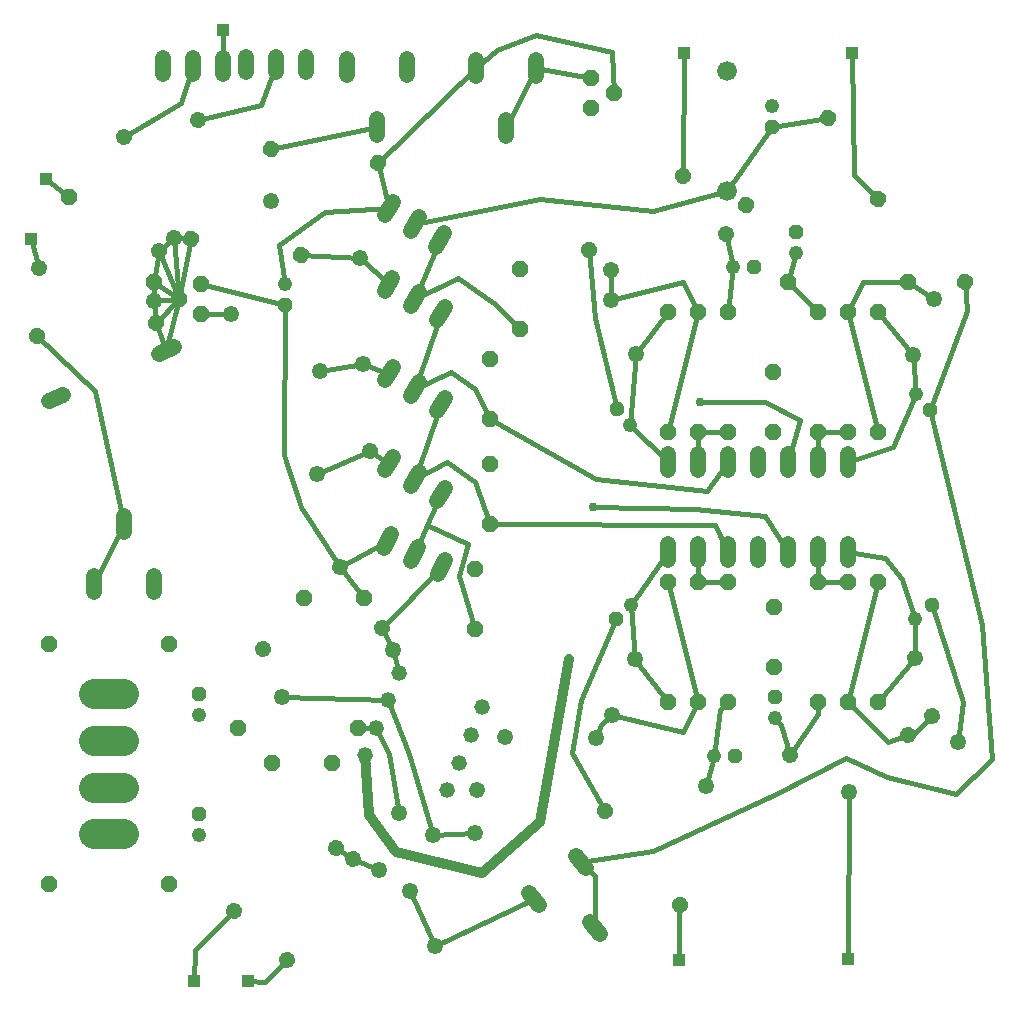
<source format=gbr>
G04 EAGLE Gerber RS-274X export*
G75*
%MOMM*%
%FSLAX34Y34*%
%LPD*%
%INBottom Copper*%
%IPPOS*%
%AMOC8*
5,1,8,0,0,1.08239X$1,22.5*%
G01*
%ADD10P,1.319650X8X334.200000*%
%ADD11C,1.219200*%
%ADD12P,1.319650X8X151.200000*%
%ADD13P,1.319650X8X292.500000*%
%ADD14P,1.319650X8X61.200000*%
%ADD15P,1.319650X8X112.500000*%
%ADD16P,1.319650X8X247.500000*%
%ADD17C,1.676400*%
%ADD18C,1.320800*%
%ADD19C,1.320800*%
%ADD20C,2.514600*%
%ADD21P,1.429621X8X22.500000*%
%ADD22P,1.429621X8X292.500000*%
%ADD23P,1.429621X8X281.200000*%
%ADD24P,1.429621X8X89.900000*%
%ADD25P,1.429621X8X92.900000*%
%ADD26P,1.429621X8X72.700000*%
%ADD27P,1.429621X8X259.300000*%
%ADD28P,1.429621X8X234.400000*%
%ADD29P,1.429621X8X32.300000*%
%ADD30P,1.429621X8X225.700000*%
%ADD31P,1.429621X8X272.600000*%
%ADD32P,1.429621X8X69.100000*%
%ADD33P,1.429621X8X159.100000*%
%ADD34P,1.429621X8X112.500000*%
%ADD35P,1.429621X8X60.600000*%
%ADD36P,1.429621X8X309.600000*%
%ADD37P,1.429621X8X219.500000*%
%ADD38P,1.429621X8X331.300000*%
%ADD39P,1.429621X8X178.800000*%
%ADD40P,1.429621X8X226.700000*%
%ADD41P,1.429621X8X337.500000*%
%ADD42P,1.429621X8X32.200000*%
%ADD43P,1.429621X8X250.700000*%
%ADD44P,1.429621X8X366.600000*%
%ADD45P,1.429621X8X28.800000*%
%ADD46P,1.429621X8X272.900000*%
%ADD47P,1.429621X8X98.200000*%
%ADD48P,1.429621X8X316.600000*%
%ADD49P,1.429621X8X129.400000*%
%ADD50P,1.319650X8X22.500000*%
%ADD51P,1.429621X8X270.300000*%
%ADD52P,1.429621X8X272.500000*%
%ADD53P,1.429621X8X85.400000*%
%ADD54P,1.429621X8X271.600000*%
%ADD55R,1.108000X1.108000*%
%ADD56C,0.406400*%
%ADD57C,0.756400*%
%ADD58C,0.812800*%


D10*
X784164Y648204D03*
D11*
X772337Y661479D03*
D12*
X518692Y649080D03*
D11*
X529809Y635204D03*
D13*
X650051Y887735D03*
D11*
X650051Y905515D03*
D14*
X785188Y482600D03*
D11*
X771312Y471483D03*
D13*
X237651Y737013D03*
D11*
X237651Y754793D03*
D15*
X164802Y407817D03*
D11*
X164802Y390037D03*
D15*
X164802Y306217D03*
D11*
X164802Y288437D03*
D16*
X517964Y470756D03*
D11*
X530537Y483328D03*
D17*
X611951Y934725D03*
X611951Y833125D03*
D18*
X143461Y701033D02*
X131321Y695830D01*
X50077Y661009D02*
X37937Y655806D01*
X714750Y610646D02*
X714750Y597438D01*
X689350Y597438D02*
X689350Y610646D01*
X562350Y610646D02*
X562350Y597438D01*
X562350Y534446D02*
X562350Y521238D01*
X663950Y597438D02*
X663950Y610646D01*
X638550Y610646D02*
X638550Y597438D01*
X587750Y597438D02*
X587750Y610646D01*
X613150Y610646D02*
X613150Y597438D01*
X587750Y534446D02*
X587750Y521238D01*
X613150Y521238D02*
X613150Y534446D01*
X638550Y534446D02*
X638550Y521238D01*
X663950Y521238D02*
X663950Y534446D01*
X689350Y534446D02*
X689350Y521238D01*
X714750Y521238D02*
X714750Y534446D01*
D19*
X334654Y425777D03*
X324811Y402362D03*
X395057Y372833D03*
X404900Y396248D03*
X314968Y378946D03*
X305125Y355531D03*
X385214Y349418D03*
X375371Y326002D03*
D20*
X101175Y328315D02*
X76029Y328315D01*
X76029Y367939D02*
X101175Y367939D01*
X101175Y407563D02*
X76029Y407563D01*
X76029Y288691D02*
X101175Y288691D01*
D21*
X37802Y246527D03*
X139402Y246527D03*
X37802Y449727D03*
X139402Y449727D03*
D22*
X497088Y904013D03*
X516138Y916713D03*
X497088Y929413D03*
D23*
X164153Y893335D03*
X144245Y793704D03*
D24*
X264678Y593501D03*
X303722Y687299D03*
D25*
X267159Y681443D03*
X301241Y777157D03*
D26*
X251682Y779171D03*
X316718Y857229D03*
D27*
X295245Y267723D03*
X239612Y182708D03*
D28*
X280939Y277270D03*
X194684Y223581D03*
D21*
X197773Y379103D03*
X299373Y379103D03*
D29*
X219551Y445823D03*
X319669Y463117D03*
D30*
X329060Y444807D03*
X235676Y404782D03*
D31*
X399082Y289500D03*
X364499Y193966D03*
D32*
X627847Y821615D03*
X697655Y895435D03*
D33*
X813847Y756496D03*
X740027Y826304D03*
D22*
X689350Y731042D03*
X689350Y629442D03*
D34*
X714750Y629442D03*
X714750Y731042D03*
X740150Y629442D03*
X740150Y731042D03*
D21*
X663950Y756442D03*
X765550Y756442D03*
D35*
X495085Y783356D03*
X575038Y846047D03*
D22*
X613150Y731042D03*
X613150Y629442D03*
D34*
X587750Y629442D03*
X587750Y731042D03*
X562350Y629442D03*
X562350Y731042D03*
D36*
X101162Y879374D03*
X131036Y782265D03*
D37*
X610931Y796694D03*
X513770Y766989D03*
D38*
X508807Y308319D03*
X572470Y229138D03*
D34*
X613150Y400842D03*
X613150Y502442D03*
D22*
X587750Y502442D03*
X587750Y400842D03*
X562350Y502442D03*
X562350Y400842D03*
D39*
X594293Y329844D03*
X501262Y370682D03*
D40*
X807978Y366635D03*
X715306Y324987D03*
D34*
X689350Y400842D03*
X689350Y502442D03*
D22*
X714750Y502442D03*
X714750Y400842D03*
X740150Y502442D03*
X740150Y400842D03*
D41*
X54778Y828641D03*
X126620Y756798D03*
D42*
X664951Y355693D03*
X765098Y372811D03*
D18*
X134101Y932620D02*
X134101Y945828D01*
X184901Y945828D02*
X184901Y932620D01*
X159501Y932620D02*
X159501Y945828D01*
X255197Y947003D02*
X255197Y933795D01*
X204397Y933795D02*
X204397Y947003D01*
X229797Y947003D02*
X229797Y933795D01*
X290557Y931595D02*
X290557Y944803D01*
X315957Y894003D02*
X315957Y880795D01*
X341357Y931595D02*
X341357Y944803D01*
X126702Y507131D02*
X126702Y493923D01*
X101302Y544723D02*
X101302Y557931D01*
X75902Y507131D02*
X75902Y493923D01*
D43*
X226159Y868690D03*
X158439Y792949D03*
D44*
X29143Y768537D03*
X126856Y740702D03*
D45*
X27506Y710945D03*
X128492Y722094D03*
D46*
X226323Y824754D03*
X192241Y729041D03*
D47*
X284352Y514974D03*
X309448Y613426D03*
D18*
X344200Y799900D02*
X351200Y811101D01*
X372740Y797641D02*
X365741Y786440D01*
X322660Y813359D02*
X329659Y824560D01*
X350912Y747770D02*
X344488Y736230D01*
X366682Y723877D02*
X373106Y735417D01*
X328718Y760123D02*
X322294Y748583D01*
X351091Y671467D02*
X344309Y660133D01*
X366103Y647089D02*
X372886Y658423D01*
X329297Y684511D02*
X322514Y673177D01*
X351091Y595267D02*
X344309Y583933D01*
X366103Y570889D02*
X372886Y582223D01*
X329297Y608311D02*
X322514Y596977D01*
X350647Y532010D02*
X344753Y520190D01*
X367485Y508856D02*
X373378Y520677D01*
X327915Y543344D02*
X322022Y531523D01*
D34*
X166899Y754620D03*
X147849Y741920D03*
X166899Y729220D03*
D48*
X513879Y741528D03*
X534622Y695156D03*
D24*
X514489Y390092D03*
X534012Y436991D03*
D49*
X785634Y389239D03*
X770867Y437845D03*
D15*
X652550Y404846D03*
D11*
X652550Y387066D03*
D50*
X619213Y355041D03*
D11*
X601433Y355041D03*
D50*
X634740Y769142D03*
D11*
X616960Y769142D03*
D51*
X362977Y288146D03*
X343783Y241111D03*
D52*
X334724Y306681D03*
X317349Y258944D03*
D34*
X436600Y716600D03*
X436600Y767400D03*
X411200Y640400D03*
X411200Y691200D03*
X411200Y551500D03*
X411200Y602300D03*
X398500Y462600D03*
X398500Y513400D03*
D21*
X254016Y488684D03*
X304816Y488684D03*
D53*
X400522Y326087D03*
X423664Y371310D03*
D21*
X226438Y349105D03*
X277238Y349105D03*
D34*
X651887Y430698D03*
X651887Y481498D03*
X651250Y629442D03*
X651250Y680242D03*
D54*
X787312Y742071D03*
X769189Y694613D03*
D18*
X399473Y931168D02*
X399473Y944376D01*
X424873Y893576D02*
X424873Y880368D01*
X450273Y931168D02*
X450273Y944376D01*
X444700Y239077D02*
X452886Y228712D01*
X496118Y214953D02*
X504304Y204588D01*
X492753Y260197D02*
X484567Y270562D01*
D15*
X670124Y799081D03*
D11*
X670124Y781301D03*
D55*
X185194Y969436D03*
X22579Y793122D03*
X35818Y844016D03*
X160812Y164474D03*
X206543Y164303D03*
X714107Y182827D03*
X571016Y182068D03*
X575728Y950068D03*
X717493Y950255D03*
D56*
X128492Y722094D02*
X137391Y698432D01*
X128492Y722094D02*
X126856Y740702D01*
X126620Y756798D01*
X131036Y782265D01*
X126856Y740702D02*
X147849Y741920D01*
X131036Y782265D02*
X144245Y793704D01*
X158439Y792949D01*
X126620Y756798D02*
X147849Y741920D01*
X131036Y782265D01*
X144245Y793704D02*
X147849Y741920D01*
X158439Y792949D01*
X147849Y741920D02*
X128492Y722094D01*
X137391Y698432D02*
X147849Y741920D01*
X284352Y514974D02*
X324969Y537433D01*
X284352Y514974D02*
X304816Y488684D01*
X237651Y737013D02*
X166899Y754620D01*
X251639Y566333D02*
X284352Y514974D01*
X251639Y566333D02*
X237164Y610325D01*
X237651Y737013D01*
X358138Y550265D02*
X347700Y526100D01*
X358138Y550265D02*
X369495Y576556D01*
X385333Y507578D02*
X398500Y462600D01*
X385333Y507578D02*
X392452Y534504D01*
X358138Y550265D01*
X644049Y558387D02*
X663950Y527842D01*
X644049Y558387D02*
X584844Y564053D01*
D57*
X498847Y566292D03*
D56*
X584844Y564053D01*
X325905Y602644D02*
X309448Y613426D01*
X264678Y593501D01*
X303722Y687299D02*
X325905Y678844D01*
X303722Y687299D02*
X267159Y681443D01*
X325506Y754353D02*
X301241Y777157D01*
X251682Y779171D01*
X369495Y652756D02*
X347700Y589600D01*
X375157Y604094D01*
X398261Y587248D01*
X411200Y551500D01*
X601648Y550853D02*
X613150Y527842D01*
X601648Y550853D02*
X411200Y551500D01*
X347700Y742000D02*
X369240Y792040D01*
X384163Y760015D02*
X347700Y742000D01*
X384163Y760015D02*
X415883Y738076D01*
X436600Y716600D01*
X674198Y639389D02*
X663950Y604042D01*
X674198Y639389D02*
X643912Y654759D01*
D57*
X589224Y654983D03*
D56*
X643912Y654759D01*
X326160Y818960D02*
X316718Y857229D01*
X232327Y787345D02*
X237651Y754793D01*
X232327Y787345D02*
X271651Y815375D01*
X326160Y818960D01*
X316718Y857229D02*
X399473Y937772D01*
X514265Y950737D02*
X516138Y916713D01*
X514265Y950737D02*
X450381Y965916D01*
X417241Y953133D01*
X399473Y937772D01*
X689350Y629442D02*
X714750Y629442D01*
X689350Y629442D02*
X689350Y604042D01*
X689350Y731042D02*
X663950Y756442D01*
X670124Y781301D01*
X714750Y731042D02*
X740150Y629442D01*
X714750Y731042D02*
X727450Y756442D01*
X765550Y756442D01*
X787312Y742071D01*
X769189Y694613D02*
X772337Y661479D01*
X769189Y694613D02*
X740150Y731042D01*
X752850Y616742D02*
X714750Y604042D01*
X752850Y616742D02*
X772337Y661479D01*
X453598Y826437D02*
X347700Y805500D01*
X453598Y826437D02*
X549054Y816744D01*
X611951Y833125D01*
X650051Y887735D02*
X697655Y895435D01*
X650051Y887735D02*
X611951Y833125D01*
X325486Y356484D02*
X334724Y306681D01*
X325486Y356484D02*
X314968Y378946D01*
X299373Y379103D01*
X334654Y425777D02*
X329060Y444807D01*
X319669Y463117D01*
X370431Y514767D01*
X295245Y267723D02*
X317349Y258944D01*
X295245Y267723D02*
X280939Y277270D01*
X362977Y288146D02*
X342617Y356707D01*
X324811Y402362D01*
X362977Y288146D02*
X399082Y289500D01*
X324811Y402362D02*
X235676Y404782D01*
X364499Y193966D02*
X448793Y233895D01*
X364499Y193966D02*
X343783Y241111D01*
X587750Y629442D02*
X613150Y629442D01*
X587750Y629442D02*
X587750Y604042D01*
X616786Y769937D02*
X610931Y796694D01*
X616786Y769937D02*
X616960Y769142D01*
X616786Y769937D02*
X613150Y731042D01*
X587750Y731042D02*
X562350Y629442D01*
X513879Y741528D02*
X513770Y766989D01*
X513879Y741528D02*
X575050Y756442D01*
X587750Y731042D01*
X562350Y731042D02*
X534622Y695156D01*
X529809Y635204D01*
X562350Y604042D01*
X518692Y649080D02*
X499855Y726229D01*
X495085Y783356D01*
X587750Y527842D02*
X587750Y502442D01*
X613150Y502442D01*
X600852Y354460D02*
X594293Y329844D01*
X600852Y354460D02*
X601433Y355041D01*
X606488Y394180D01*
X613150Y400842D01*
X587750Y400842D02*
X562350Y502442D01*
X514489Y390092D02*
X575050Y375442D01*
X587750Y400842D01*
X505376Y380979D02*
X501262Y370682D01*
X505376Y380979D02*
X514489Y390092D01*
X562350Y400842D02*
X534183Y436772D01*
X534012Y436991D01*
X534183Y436772D02*
X530537Y483328D01*
X562350Y527842D01*
X517964Y470756D02*
X488793Y402403D01*
X481131Y357622D02*
X508807Y308319D01*
X481131Y357622D02*
X488793Y402403D01*
X689350Y502442D02*
X714750Y502442D01*
X689350Y502442D02*
X689350Y527842D01*
X689350Y400842D02*
X689350Y390780D01*
X664951Y355693D01*
X658003Y381612D02*
X652550Y387066D01*
X658003Y381612D02*
X664951Y355693D01*
X714750Y400842D02*
X748554Y367038D01*
X765098Y372811D01*
X765291Y368895D01*
X785634Y389239D01*
X714750Y400842D02*
X740150Y502442D01*
X770867Y437845D02*
X740150Y400842D01*
X770867Y437845D02*
X771312Y471483D01*
X760158Y504616D01*
X746184Y522788D01*
X714750Y527842D01*
X812046Y401214D02*
X807978Y366635D01*
X812046Y401214D02*
X785188Y482600D01*
X149967Y907644D02*
X101162Y879374D01*
X149967Y907644D02*
X159501Y939224D01*
D58*
X305125Y355531D02*
X308716Y305269D01*
X332150Y274181D01*
X404999Y255835D01*
X453904Y299153D01*
D57*
X478059Y436959D03*
D58*
X453904Y299153D01*
D56*
X75902Y500527D02*
X101302Y551327D01*
X76861Y664220D01*
X27506Y710945D01*
X347700Y665800D02*
X369894Y729647D01*
X378681Y680096D02*
X347700Y665800D01*
X378681Y680096D02*
X398261Y665992D01*
X411200Y640400D01*
X594777Y579819D02*
X613150Y604042D01*
X594777Y579819D02*
X501046Y589638D01*
X411200Y640400D01*
X217168Y906505D02*
X164153Y893335D01*
X217168Y906505D02*
X229797Y940399D01*
X226159Y868690D02*
X315957Y887399D01*
X192241Y729041D02*
X166899Y729220D01*
X500211Y253828D02*
X500211Y209770D01*
X500211Y253828D02*
X488660Y265379D01*
X784164Y648204D02*
X814975Y731882D01*
X813847Y756496D01*
X784164Y648204D02*
X827656Y465591D01*
X836196Y352397D01*
X805595Y323208D01*
X747239Y337447D01*
X713080Y353109D01*
X653301Y323208D01*
X549399Y274798D01*
X488660Y265379D01*
X424873Y886972D02*
X450273Y937772D01*
X497088Y929413D01*
X184901Y939224D02*
X185194Y969436D01*
X22579Y793122D02*
X29143Y768537D01*
X54778Y828641D02*
X35818Y844016D01*
X161720Y190617D02*
X160812Y164474D01*
X161720Y190617D02*
X194684Y223581D01*
X239612Y182708D02*
X220657Y163752D01*
X206543Y164303D01*
X740027Y826304D02*
X719609Y846721D01*
X717493Y950255D01*
X575728Y950068D02*
X575038Y846047D01*
X572470Y229138D02*
X571016Y229110D01*
X571016Y182068D01*
X714107Y182827D02*
X715306Y324987D01*
M02*

</source>
